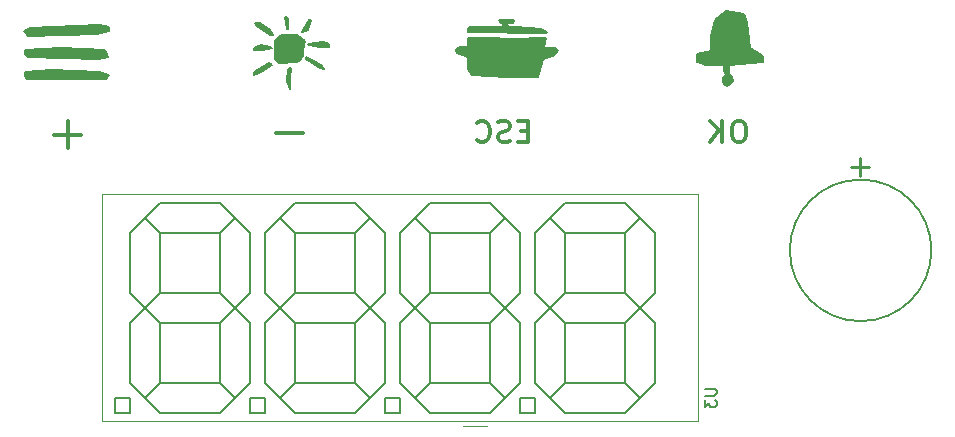
<source format=gbr>
%TF.GenerationSoftware,KiCad,Pcbnew,(6.0.0)*%
%TF.CreationDate,2023-02-05T23:26:26-08:00*%
%TF.ProjectId,digital_clock_v2,64696769-7461-46c5-9f63-6c6f636b5f76,rev?*%
%TF.SameCoordinates,Original*%
%TF.FileFunction,Legend,Bot*%
%TF.FilePolarity,Positive*%
%FSLAX46Y46*%
G04 Gerber Fmt 4.6, Leading zero omitted, Abs format (unit mm)*
G04 Created by KiCad (PCBNEW (6.0.0)) date 2023-02-05 23:26:26*
%MOMM*%
%LPD*%
G01*
G04 APERTURE LIST*
%ADD10C,0.150000*%
%ADD11C,0.300000*%
%ADD12C,0.254000*%
%ADD13C,0.120000*%
G04 APERTURE END LIST*
D10*
X37525119Y-27651000D02*
X37425174Y-28635436D01*
X37425174Y-28635436D02*
X37652119Y-29302000D01*
X37652119Y-29302000D02*
X37682000Y-28293471D01*
X37682000Y-28293471D02*
X37779119Y-27524000D01*
X37779119Y-27524000D02*
X37525119Y-27651000D01*
G36*
X37682000Y-28293471D02*
G01*
X37652119Y-29302000D01*
X37425174Y-28635436D01*
X37525119Y-27651000D01*
X37779119Y-27524000D01*
X37682000Y-28293471D01*
G37*
X37682000Y-28293471D02*
X37652119Y-29302000D01*
X37425174Y-28635436D01*
X37525119Y-27651000D01*
X37779119Y-27524000D01*
X37682000Y-28293471D01*
X15269000Y-27885915D02*
X15269000Y-28266915D01*
X15269000Y-28266915D02*
X15396000Y-28520915D01*
X15396000Y-28520915D02*
X19714000Y-28520915D01*
X19714000Y-28520915D02*
X22127000Y-28520915D01*
X22127000Y-28520915D02*
X22381000Y-28139915D01*
X22381000Y-28139915D02*
X21492000Y-27885915D01*
X21492000Y-27885915D02*
X17428000Y-27758915D01*
X17428000Y-27758915D02*
X15269000Y-27885915D01*
G36*
X21492000Y-27885915D02*
G01*
X22381000Y-28139915D01*
X22127000Y-28520915D01*
X15396000Y-28520915D01*
X15269000Y-28266915D01*
X15269000Y-27885915D01*
X17428000Y-27758915D01*
X21492000Y-27885915D01*
G37*
X21492000Y-27885915D02*
X22381000Y-28139915D01*
X22127000Y-28520915D01*
X15396000Y-28520915D01*
X15269000Y-28266915D01*
X15269000Y-27885915D01*
X17428000Y-27758915D01*
X21492000Y-27885915D01*
X39079000Y-26762000D02*
X40222000Y-27524000D01*
X40222000Y-27524000D02*
X40603000Y-27651000D01*
X40603000Y-27651000D02*
X40349000Y-27270000D01*
X40349000Y-27270000D02*
X39079000Y-26635000D01*
X39079000Y-26635000D02*
X39079000Y-26762000D01*
G36*
X40349000Y-27270000D02*
G01*
X40603000Y-27651000D01*
X40222000Y-27524000D01*
X39079000Y-26762000D01*
X39079000Y-26635000D01*
X40349000Y-27270000D01*
G37*
X40349000Y-27270000D02*
X40603000Y-27651000D01*
X40222000Y-27524000D01*
X39079000Y-26762000D01*
X39079000Y-26635000D01*
X40349000Y-27270000D01*
X34888000Y-23968000D02*
X36031000Y-24730000D01*
X36031000Y-24730000D02*
X36285000Y-24730000D01*
X36285000Y-24730000D02*
X36031000Y-24349000D01*
X36031000Y-24349000D02*
X35142000Y-23714000D01*
X35142000Y-23714000D02*
X34761000Y-23714000D01*
X34761000Y-23714000D02*
X34888000Y-23968000D01*
G36*
X36031000Y-24349000D02*
G01*
X36285000Y-24730000D01*
X36031000Y-24730000D01*
X34888000Y-23968000D01*
X34761000Y-23714000D01*
X35142000Y-23714000D01*
X36031000Y-24349000D01*
G37*
X36031000Y-24349000D02*
X36285000Y-24730000D01*
X36031000Y-24730000D01*
X34888000Y-23968000D01*
X34761000Y-23714000D01*
X35142000Y-23714000D01*
X36031000Y-24349000D01*
X37428000Y-24222000D02*
X37555000Y-24222000D01*
X37555000Y-24222000D02*
X37555000Y-23460000D01*
X37555000Y-23460000D02*
X37428000Y-23206000D01*
X37428000Y-23206000D02*
X37301000Y-23206000D01*
X37301000Y-23206000D02*
X37428000Y-24222000D01*
G36*
X37555000Y-23460000D02*
G01*
X37555000Y-24222000D01*
X37428000Y-24222000D01*
X37301000Y-23206000D01*
X37428000Y-23206000D01*
X37555000Y-23460000D01*
G37*
X37555000Y-23460000D02*
X37555000Y-24222000D01*
X37428000Y-24222000D01*
X37301000Y-23206000D01*
X37428000Y-23206000D01*
X37555000Y-23460000D01*
X15269000Y-26000000D02*
X15269000Y-26381000D01*
X15269000Y-26381000D02*
X15523000Y-26635000D01*
X15523000Y-26635000D02*
X21492000Y-26762000D01*
X21492000Y-26762000D02*
X22254000Y-26635000D01*
X22254000Y-26635000D02*
X22000000Y-26000000D01*
X22000000Y-26000000D02*
X18317000Y-25873000D01*
X18317000Y-25873000D02*
X15269000Y-26000000D01*
G36*
X22000000Y-26000000D02*
G01*
X22254000Y-26635000D01*
X21492000Y-26762000D01*
X15523000Y-26635000D01*
X15269000Y-26381000D01*
X15269000Y-26000000D01*
X18317000Y-25873000D01*
X22000000Y-26000000D01*
G37*
X22000000Y-26000000D02*
X22254000Y-26635000D01*
X21492000Y-26762000D01*
X15523000Y-26635000D01*
X15269000Y-26381000D01*
X15269000Y-26000000D01*
X18317000Y-25873000D01*
X22000000Y-26000000D01*
X36412000Y-26762000D02*
X36793000Y-27143000D01*
X36793000Y-27143000D02*
X38317000Y-27016000D01*
X38317000Y-27016000D02*
X38571000Y-26889000D01*
X38571000Y-26889000D02*
X38825000Y-26508000D01*
X38825000Y-26508000D02*
X38825000Y-26000000D01*
X38825000Y-26000000D02*
X38952000Y-25238000D01*
X38952000Y-25238000D02*
X38317000Y-24730000D01*
X38317000Y-24730000D02*
X36920000Y-24730000D01*
X36920000Y-24730000D02*
X36412000Y-25238000D01*
X36412000Y-25238000D02*
X36412000Y-26762000D01*
G36*
X38952000Y-25238000D02*
G01*
X38825000Y-26000000D01*
X38825000Y-26508000D01*
X38571000Y-26889000D01*
X38317000Y-27016000D01*
X36793000Y-27143000D01*
X36412000Y-26762000D01*
X36412000Y-25238000D01*
X36920000Y-24730000D01*
X38317000Y-24730000D01*
X38952000Y-25238000D01*
G37*
X38952000Y-25238000D02*
X38825000Y-26000000D01*
X38825000Y-26508000D01*
X38571000Y-26889000D01*
X38317000Y-27016000D01*
X36793000Y-27143000D01*
X36412000Y-26762000D01*
X36412000Y-25238000D01*
X36920000Y-24730000D01*
X38317000Y-24730000D01*
X38952000Y-25238000D01*
X34634000Y-27935655D02*
X34634000Y-28159000D01*
X34634000Y-28159000D02*
X35269000Y-27905000D01*
X35269000Y-27905000D02*
X36031000Y-27427655D01*
X36031000Y-27427655D02*
X36158000Y-27270000D01*
X36158000Y-27270000D02*
X35904000Y-27173655D01*
X35904000Y-27173655D02*
X34634000Y-27935655D01*
G36*
X36158000Y-27270000D02*
G01*
X36031000Y-27427655D01*
X35269000Y-27905000D01*
X34634000Y-28159000D01*
X34634000Y-27935655D01*
X35904000Y-27173655D01*
X36158000Y-27270000D01*
G37*
X36158000Y-27270000D02*
X36031000Y-27427655D01*
X35269000Y-27905000D01*
X34634000Y-28159000D01*
X34634000Y-27935655D01*
X35904000Y-27173655D01*
X36158000Y-27270000D01*
X15644181Y-24189237D02*
X15136181Y-24443237D01*
X15136181Y-24443237D02*
X15517181Y-24824237D01*
X15517181Y-24824237D02*
X21359181Y-24697237D01*
X21359181Y-24697237D02*
X22375181Y-24443237D01*
X22375181Y-24443237D02*
X22375181Y-24062237D01*
X22375181Y-24062237D02*
X21613181Y-23935237D01*
X21613181Y-23935237D02*
X15644181Y-24189237D01*
G36*
X22375181Y-24062237D02*
G01*
X22375181Y-24443237D01*
X21359181Y-24697237D01*
X15517181Y-24824237D01*
X15136181Y-24443237D01*
X15644181Y-24189237D01*
X21613181Y-23935237D01*
X22375181Y-24062237D01*
G37*
X22375181Y-24062237D02*
X22375181Y-24443237D01*
X21359181Y-24697237D01*
X15517181Y-24824237D01*
X15136181Y-24443237D01*
X15644181Y-24189237D01*
X21613181Y-23935237D01*
X22375181Y-24062237D01*
X55523000Y-23714000D02*
X55777000Y-23714000D01*
X55777000Y-23714000D02*
X55777000Y-23841000D01*
X55777000Y-23841000D02*
X55650000Y-24095000D01*
X55650000Y-24095000D02*
X52856000Y-24095000D01*
X52856000Y-24095000D02*
X52729000Y-24222000D01*
X52729000Y-24222000D02*
X52729000Y-24476000D01*
X52729000Y-24476000D02*
X59333000Y-24603000D01*
X59333000Y-24603000D02*
X59460000Y-24476000D01*
X59460000Y-24476000D02*
X58952000Y-24222000D01*
X58952000Y-24222000D02*
X56793000Y-24095000D01*
X56793000Y-24095000D02*
X56539000Y-24095000D01*
X56539000Y-24095000D02*
X56158000Y-24095000D01*
X56158000Y-24095000D02*
X56031000Y-23714000D01*
X56031000Y-23714000D02*
X56539000Y-23714000D01*
X56539000Y-23714000D02*
X56666000Y-23460000D01*
X56666000Y-23460000D02*
X55396000Y-23460000D01*
X55396000Y-23460000D02*
X55523000Y-23714000D01*
G36*
X56539000Y-23714000D02*
G01*
X56031000Y-23714000D01*
X56158000Y-24095000D01*
X56793000Y-24095000D01*
X58952000Y-24222000D01*
X59460000Y-24476000D01*
X59333000Y-24603000D01*
X52729000Y-24476000D01*
X52729000Y-24222000D01*
X52856000Y-24095000D01*
X55650000Y-24095000D01*
X55777000Y-23841000D01*
X55777000Y-23714000D01*
X55523000Y-23714000D01*
X55396000Y-23460000D01*
X56666000Y-23460000D01*
X56539000Y-23714000D01*
G37*
X56539000Y-23714000D02*
X56031000Y-23714000D01*
X56158000Y-24095000D01*
X56793000Y-24095000D01*
X58952000Y-24222000D01*
X59460000Y-24476000D01*
X59333000Y-24603000D01*
X52729000Y-24476000D01*
X52729000Y-24222000D01*
X52856000Y-24095000D01*
X55650000Y-24095000D01*
X55777000Y-23841000D01*
X55777000Y-23714000D01*
X55523000Y-23714000D01*
X55396000Y-23460000D01*
X56666000Y-23460000D01*
X56539000Y-23714000D01*
X73698000Y-23476000D02*
X73317000Y-24873000D01*
X73317000Y-24873000D02*
X73317000Y-26143000D01*
X73317000Y-26143000D02*
X72555000Y-26270000D01*
X72555000Y-26270000D02*
X72174000Y-26397000D01*
X72174000Y-26397000D02*
X72174000Y-27032000D01*
X72174000Y-27032000D02*
X72555000Y-27159000D01*
X72555000Y-27159000D02*
X72809000Y-27286000D01*
X72809000Y-27286000D02*
X73444000Y-27286000D01*
X73444000Y-27286000D02*
X74460000Y-27286000D01*
X74460000Y-27286000D02*
X74460000Y-27794000D01*
X74460000Y-27794000D02*
X74587000Y-28175000D01*
X74587000Y-28175000D02*
X74333000Y-28429000D01*
X74333000Y-28429000D02*
X74333000Y-28683000D01*
X74333000Y-28683000D02*
X74460000Y-28937000D01*
X74460000Y-28937000D02*
X74714000Y-29064000D01*
X74714000Y-29064000D02*
X74968000Y-28937000D01*
X74968000Y-28937000D02*
X75222000Y-28683000D01*
X75222000Y-28683000D02*
X75095000Y-28302000D01*
X75095000Y-28302000D02*
X74841000Y-28048000D01*
X74841000Y-28048000D02*
X74841000Y-27286000D01*
X74841000Y-27286000D02*
X76746000Y-27159000D01*
X76746000Y-27159000D02*
X77762000Y-27032000D01*
X77762000Y-27032000D02*
X77762000Y-26524000D01*
X77762000Y-26524000D02*
X76619000Y-25889000D01*
X76619000Y-25889000D02*
X76365000Y-23730000D01*
X76365000Y-23730000D02*
X76111000Y-22968000D01*
X76111000Y-22968000D02*
X74587000Y-22714000D01*
X74587000Y-22714000D02*
X73698000Y-23476000D01*
G36*
X76111000Y-22968000D02*
G01*
X76365000Y-23730000D01*
X76619000Y-25889000D01*
X77762000Y-26524000D01*
X77762000Y-27032000D01*
X76746000Y-27159000D01*
X74841000Y-27286000D01*
X74841000Y-28048000D01*
X75095000Y-28302000D01*
X75222000Y-28683000D01*
X74968000Y-28937000D01*
X74714000Y-29064000D01*
X74460000Y-28937000D01*
X74333000Y-28683000D01*
X74333000Y-28429000D01*
X74587000Y-28175000D01*
X74460000Y-27794000D01*
X74460000Y-27286000D01*
X72809000Y-27286000D01*
X72555000Y-27159000D01*
X72174000Y-27032000D01*
X72174000Y-26397000D01*
X72555000Y-26270000D01*
X73317000Y-26143000D01*
X73317000Y-24873000D01*
X73698000Y-23476000D01*
X74587000Y-22714000D01*
X76111000Y-22968000D01*
G37*
X76111000Y-22968000D02*
X76365000Y-23730000D01*
X76619000Y-25889000D01*
X77762000Y-26524000D01*
X77762000Y-27032000D01*
X76746000Y-27159000D01*
X74841000Y-27286000D01*
X74841000Y-28048000D01*
X75095000Y-28302000D01*
X75222000Y-28683000D01*
X74968000Y-28937000D01*
X74714000Y-29064000D01*
X74460000Y-28937000D01*
X74333000Y-28683000D01*
X74333000Y-28429000D01*
X74587000Y-28175000D01*
X74460000Y-27794000D01*
X74460000Y-27286000D01*
X72809000Y-27286000D01*
X72555000Y-27159000D01*
X72174000Y-27032000D01*
X72174000Y-26397000D01*
X72555000Y-26270000D01*
X73317000Y-26143000D01*
X73317000Y-24873000D01*
X73698000Y-23476000D01*
X74587000Y-22714000D01*
X76111000Y-22968000D01*
X52729000Y-25746000D02*
X51967000Y-25746000D01*
X51967000Y-25746000D02*
X51713000Y-26000000D01*
X51713000Y-26000000D02*
X51840000Y-26254000D01*
X51840000Y-26254000D02*
X52729000Y-26635000D01*
X52729000Y-26635000D02*
X52729000Y-27524000D01*
X52729000Y-27524000D02*
X52856000Y-27778000D01*
X52856000Y-27778000D02*
X53110000Y-28159000D01*
X53110000Y-28159000D02*
X56031000Y-28286000D01*
X56031000Y-28286000D02*
X58698000Y-28286000D01*
X58698000Y-28286000D02*
X59079000Y-26762000D01*
X59079000Y-26762000D02*
X59968000Y-26508000D01*
X59968000Y-26508000D02*
X60349000Y-26127000D01*
X60349000Y-26127000D02*
X60095000Y-25873000D01*
X60095000Y-25873000D02*
X59206000Y-25873000D01*
X59206000Y-25873000D02*
X59206000Y-25746000D01*
X59206000Y-25746000D02*
X59333000Y-24984000D01*
X59333000Y-24984000D02*
X56412000Y-25111000D01*
X56412000Y-25111000D02*
X54507000Y-24984000D01*
X54507000Y-24984000D02*
X52729000Y-24984000D01*
X52729000Y-24984000D02*
X52729000Y-25746000D01*
G36*
X56412000Y-25111000D02*
G01*
X59333000Y-24984000D01*
X59206000Y-25746000D01*
X59206000Y-25873000D01*
X60095000Y-25873000D01*
X60349000Y-26127000D01*
X59968000Y-26508000D01*
X59079000Y-26762000D01*
X58698000Y-28286000D01*
X56031000Y-28286000D01*
X53110000Y-28159000D01*
X52856000Y-27778000D01*
X52729000Y-27524000D01*
X52729000Y-26635000D01*
X51840000Y-26254000D01*
X51713000Y-26000000D01*
X51967000Y-25746000D01*
X52729000Y-25746000D01*
X52729000Y-24984000D01*
X54507000Y-24984000D01*
X56412000Y-25111000D01*
G37*
X56412000Y-25111000D02*
X59333000Y-24984000D01*
X59206000Y-25746000D01*
X59206000Y-25873000D01*
X60095000Y-25873000D01*
X60349000Y-26127000D01*
X59968000Y-26508000D01*
X59079000Y-26762000D01*
X58698000Y-28286000D01*
X56031000Y-28286000D01*
X53110000Y-28159000D01*
X52856000Y-27778000D01*
X52729000Y-27524000D01*
X52729000Y-26635000D01*
X51840000Y-26254000D01*
X51713000Y-26000000D01*
X51967000Y-25746000D01*
X52729000Y-25746000D01*
X52729000Y-24984000D01*
X54507000Y-24984000D01*
X56412000Y-25111000D01*
X39206000Y-25492000D02*
X39333000Y-25619000D01*
X39333000Y-25619000D02*
X40222000Y-25746000D01*
X40222000Y-25746000D02*
X40984000Y-25746000D01*
X40984000Y-25746000D02*
X40984000Y-25492000D01*
X40984000Y-25492000D02*
X40476000Y-25365000D01*
X40476000Y-25365000D02*
X39206000Y-25492000D01*
G36*
X40984000Y-25492000D02*
G01*
X40984000Y-25746000D01*
X40222000Y-25746000D01*
X39333000Y-25619000D01*
X39206000Y-25492000D01*
X40476000Y-25365000D01*
X40984000Y-25492000D01*
G37*
X40984000Y-25492000D02*
X40984000Y-25746000D01*
X40222000Y-25746000D01*
X39333000Y-25619000D01*
X39206000Y-25492000D01*
X40476000Y-25365000D01*
X40984000Y-25492000D01*
X38698000Y-24476000D02*
X38825000Y-24476000D01*
X38825000Y-24476000D02*
X39206000Y-24349000D01*
X39206000Y-24349000D02*
X39460000Y-23460000D01*
X39460000Y-23460000D02*
X39333000Y-23460000D01*
X39333000Y-23460000D02*
X38698000Y-24476000D01*
G36*
X39206000Y-24349000D02*
G01*
X38825000Y-24476000D01*
X38698000Y-24476000D01*
X39333000Y-23460000D01*
X39460000Y-23460000D01*
X39206000Y-24349000D01*
G37*
X39206000Y-24349000D02*
X38825000Y-24476000D01*
X38698000Y-24476000D01*
X39333000Y-23460000D01*
X39460000Y-23460000D01*
X39206000Y-24349000D01*
X34634000Y-25873000D02*
X34634000Y-26000000D01*
X34634000Y-26000000D02*
X35396000Y-26000000D01*
X35396000Y-26000000D02*
X36158000Y-25873000D01*
X36158000Y-25873000D02*
X36031000Y-25746000D01*
X36031000Y-25746000D02*
X35269000Y-25619000D01*
X35269000Y-25619000D02*
X34634000Y-25873000D01*
G36*
X36031000Y-25746000D02*
G01*
X36158000Y-25873000D01*
X35396000Y-26000000D01*
X34634000Y-26000000D01*
X34634000Y-25873000D01*
X35269000Y-25619000D01*
X36031000Y-25746000D01*
G37*
X36031000Y-25746000D02*
X36158000Y-25873000D01*
X35396000Y-26000000D01*
X34634000Y-26000000D01*
X34634000Y-25873000D01*
X35269000Y-25619000D01*
X36031000Y-25746000D01*
D11*
X75849428Y-32030285D02*
X75506571Y-32030285D01*
X75335142Y-32116000D01*
X75163714Y-32287428D01*
X75078000Y-32630285D01*
X75078000Y-33230285D01*
X75163714Y-33573142D01*
X75335142Y-33744571D01*
X75506571Y-33830285D01*
X75849428Y-33830285D01*
X76020857Y-33744571D01*
X76192285Y-33573142D01*
X76278000Y-33230285D01*
X76278000Y-32630285D01*
X76192285Y-32287428D01*
X76020857Y-32116000D01*
X75849428Y-32030285D01*
X74306571Y-33830285D02*
X74306571Y-32030285D01*
X73278000Y-33830285D02*
X74049428Y-32801714D01*
X73278000Y-32030285D02*
X74306571Y-33058857D01*
X20026038Y-33214285D02*
X17740323Y-33214285D01*
X18883181Y-34357142D02*
X18883181Y-32071428D01*
X38761857Y-33087285D02*
X36476142Y-33087285D01*
X57856857Y-32871428D02*
X57256857Y-32871428D01*
X56999714Y-33814285D02*
X57856857Y-33814285D01*
X57856857Y-32014285D01*
X56999714Y-32014285D01*
X56314000Y-33728571D02*
X56056857Y-33814285D01*
X55628285Y-33814285D01*
X55456857Y-33728571D01*
X55371142Y-33642857D01*
X55285428Y-33471428D01*
X55285428Y-33300000D01*
X55371142Y-33128571D01*
X55456857Y-33042857D01*
X55628285Y-32957142D01*
X55971142Y-32871428D01*
X56142571Y-32785714D01*
X56228285Y-32700000D01*
X56314000Y-32528571D01*
X56314000Y-32357142D01*
X56228285Y-32185714D01*
X56142571Y-32100000D01*
X55971142Y-32014285D01*
X55542571Y-32014285D01*
X55285428Y-32100000D01*
X53485428Y-33642857D02*
X53571142Y-33728571D01*
X53828285Y-33814285D01*
X53999714Y-33814285D01*
X54256857Y-33728571D01*
X54428285Y-33557142D01*
X54514000Y-33385714D01*
X54599714Y-33042857D01*
X54599714Y-32785714D01*
X54514000Y-32442857D01*
X54428285Y-32271428D01*
X54256857Y-32100000D01*
X53999714Y-32014285D01*
X53828285Y-32014285D01*
X53571142Y-32100000D01*
X53485428Y-32185714D01*
D12*
%TO.C,BZ1*%
X86748695Y-35956942D02*
X85200504Y-35956942D01*
X85974600Y-36731038D02*
X85974600Y-35182847D01*
D10*
%TO.C,U3*%
X72802380Y-54715595D02*
X73611904Y-54715595D01*
X73707142Y-54763214D01*
X73754761Y-54810833D01*
X73802380Y-54906071D01*
X73802380Y-55096547D01*
X73754761Y-55191785D01*
X73707142Y-55239404D01*
X73611904Y-55287023D01*
X72802380Y-55287023D01*
X72802380Y-55667976D02*
X72802380Y-56287023D01*
X73183333Y-55953690D01*
X73183333Y-56096547D01*
X73230952Y-56191785D01*
X73278571Y-56239404D01*
X73373809Y-56287023D01*
X73611904Y-56287023D01*
X73707142Y-56239404D01*
X73754761Y-56191785D01*
X73802380Y-56096547D01*
X73802380Y-55810833D01*
X73754761Y-55715595D01*
X73707142Y-55667976D01*
%TO.C,BZ1*%
X91994400Y-43000000D02*
G75*
G03*
X91994400Y-43000000I-5994400J0D01*
G01*
%TO.C,U3*%
X57160000Y-54207500D02*
X57160000Y-49127500D01*
X48270000Y-55477500D02*
X49540000Y-54207500D01*
X31760000Y-49127500D02*
X31760000Y-54207500D01*
X60970000Y-54207500D02*
X60970000Y-49127500D01*
X36840000Y-40237500D02*
X35570000Y-41507500D01*
X54620000Y-41507500D02*
X55890000Y-40237500D01*
X58430000Y-49127500D02*
X58430000Y-54207500D01*
X31760000Y-49127500D02*
X33030000Y-47857500D01*
X55890000Y-47857500D02*
X57160000Y-46587500D01*
X54620000Y-56747500D02*
X55890000Y-55477500D01*
X35570000Y-49127500D02*
X35570000Y-54207500D01*
X49540000Y-49127500D02*
X48270000Y-47857500D01*
X31760000Y-54207500D02*
X33030000Y-55477500D01*
X55890000Y-55477500D02*
X54620000Y-54207500D01*
X25410000Y-55477500D02*
X26680000Y-54207500D01*
X59700000Y-55477500D02*
X60970000Y-56747500D01*
X34300000Y-46587500D02*
X34300000Y-41507500D01*
X38110000Y-54207500D02*
X38110000Y-49127500D01*
X57160000Y-49127500D02*
X55890000Y-47857500D01*
X49540000Y-46587500D02*
X49540000Y-41507500D01*
X47000000Y-41507500D02*
X47000000Y-46587500D01*
X24140000Y-41507500D02*
X24140000Y-46587500D01*
X26680000Y-54207500D02*
X26680000Y-49127500D01*
X26680000Y-46587500D02*
X25410000Y-47857500D01*
X58430000Y-55477500D02*
X57160000Y-55477500D01*
X33030000Y-47857500D02*
X34300000Y-46587500D01*
X59700000Y-55477500D02*
X60970000Y-54207500D01*
X34300000Y-41507500D02*
X33030000Y-40237500D01*
X31760000Y-56747500D02*
X33030000Y-55477500D01*
X38110000Y-56747500D02*
X43190000Y-56747500D01*
X47000000Y-54207500D02*
X48270000Y-55477500D01*
X55890000Y-47857500D02*
X54620000Y-49127500D01*
X68590000Y-49127500D02*
X67320000Y-47857500D01*
X45730000Y-56747500D02*
X47000000Y-56747500D01*
X38110000Y-41507500D02*
X36840000Y-40237500D01*
X44460000Y-47857500D02*
X45730000Y-46587500D01*
X48270000Y-55477500D02*
X49540000Y-56747500D01*
X38110000Y-46587500D02*
X38110000Y-41507500D01*
X43190000Y-38967500D02*
X38110000Y-38967500D01*
X57160000Y-56747500D02*
X58430000Y-56747500D01*
X67320000Y-47857500D02*
X66050000Y-46587500D01*
X35570000Y-41507500D02*
X35570000Y-46587500D01*
X58430000Y-56747500D02*
X58430000Y-55477500D01*
X60970000Y-54207500D02*
X59700000Y-55477500D01*
X55890000Y-47857500D02*
X54620000Y-46587500D01*
X58430000Y-54207500D02*
X59700000Y-55477500D01*
X60970000Y-49127500D02*
X66050000Y-49127500D01*
X48270000Y-40237500D02*
X47000000Y-41507500D01*
X31760000Y-46587500D02*
X33030000Y-47857500D01*
X26680000Y-56747500D02*
X31760000Y-56747500D01*
X60970000Y-41507500D02*
X66050000Y-41507500D01*
X43190000Y-54207500D02*
X44460000Y-55477500D01*
X36840000Y-40237500D02*
X38110000Y-41507500D01*
X31760000Y-54207500D02*
X26680000Y-54207500D01*
X38110000Y-38967500D02*
X36840000Y-40237500D01*
X35570000Y-56747500D02*
X35570000Y-55477500D01*
X48270000Y-47857500D02*
X49540000Y-46587500D01*
X49540000Y-46587500D02*
X48270000Y-47857500D01*
X66050000Y-56747500D02*
X67320000Y-55477500D01*
X36840000Y-47857500D02*
X38110000Y-49127500D01*
X43190000Y-46587500D02*
X44460000Y-47857500D01*
X55890000Y-40237500D02*
X54620000Y-41507500D01*
X68590000Y-54207500D02*
X68590000Y-49127500D01*
X45730000Y-49127500D02*
X44460000Y-47857500D01*
X45730000Y-41507500D02*
X44460000Y-40237500D01*
X33030000Y-40237500D02*
X31760000Y-41507500D01*
X33030000Y-47857500D02*
X31760000Y-46587500D01*
X26680000Y-46587500D02*
X26680000Y-41507500D01*
X44460000Y-55477500D02*
X43190000Y-54207500D01*
X67320000Y-40237500D02*
X66050000Y-38967500D01*
X25410000Y-47857500D02*
X26680000Y-49127500D01*
X59700000Y-40237500D02*
X58430000Y-41507500D01*
X54620000Y-54207500D02*
X55890000Y-55477500D01*
X26680000Y-49127500D02*
X25410000Y-47857500D01*
X44460000Y-40237500D02*
X43190000Y-38967500D01*
X26680000Y-41507500D02*
X25410000Y-40237500D01*
X49540000Y-41507500D02*
X54620000Y-41507500D01*
X59700000Y-47857500D02*
X58430000Y-49127500D01*
X35570000Y-46587500D02*
X36840000Y-47857500D01*
X25410000Y-55477500D02*
X26680000Y-56747500D01*
X33030000Y-40237500D02*
X31760000Y-38967500D01*
X58430000Y-41507500D02*
X58430000Y-46587500D01*
X45730000Y-46587500D02*
X45730000Y-41507500D01*
X33030000Y-55477500D02*
X34300000Y-54207500D01*
X54620000Y-41507500D02*
X54620000Y-46587500D01*
X43190000Y-41507500D02*
X43190000Y-46587500D01*
X60970000Y-46587500D02*
X60970000Y-41507500D01*
X67320000Y-47857500D02*
X66050000Y-49127500D01*
X54620000Y-49127500D02*
X55890000Y-47857500D01*
X43190000Y-49127500D02*
X43190000Y-54207500D01*
X49540000Y-54207500D02*
X48270000Y-55477500D01*
X48270000Y-47857500D02*
X47000000Y-49127500D01*
X67320000Y-40237500D02*
X66050000Y-41507500D01*
X66050000Y-54207500D02*
X67320000Y-55477500D01*
X59700000Y-47857500D02*
X60970000Y-46587500D01*
X66050000Y-54207500D02*
X60970000Y-54207500D01*
X43190000Y-56747500D02*
X44460000Y-55477500D01*
D13*
X72270000Y-57477500D02*
X21730000Y-57477500D01*
D10*
X59700000Y-47857500D02*
X60970000Y-49127500D01*
X59700000Y-40237500D02*
X60970000Y-41507500D01*
X66050000Y-38967500D02*
X60970000Y-38967500D01*
X25410000Y-47857500D02*
X24140000Y-49127500D01*
X26680000Y-38967500D02*
X25410000Y-40237500D01*
X36840000Y-55477500D02*
X38110000Y-54207500D01*
X57160000Y-41507500D02*
X55890000Y-40237500D01*
X66050000Y-46587500D02*
X67320000Y-47857500D01*
X49540000Y-38967500D02*
X48270000Y-40237500D01*
X60970000Y-49127500D02*
X59700000Y-47857500D01*
X36840000Y-55477500D02*
X38110000Y-56747500D01*
X33030000Y-55477500D02*
X31760000Y-54207500D01*
X33030000Y-47857500D02*
X31760000Y-49127500D01*
X49540000Y-54207500D02*
X49540000Y-49127500D01*
X38110000Y-41507500D02*
X43190000Y-41507500D01*
X26680000Y-54207500D02*
X25410000Y-55477500D01*
X66050000Y-41507500D02*
X66050000Y-46587500D01*
X22870000Y-56747500D02*
X24140000Y-56747500D01*
X58430000Y-46587500D02*
X59700000Y-47857500D01*
X66050000Y-41507500D02*
X67320000Y-40237500D01*
X49540000Y-49127500D02*
X54620000Y-49127500D01*
X47000000Y-56747500D02*
X47000000Y-55477500D01*
D13*
X21730000Y-38237500D02*
X72270000Y-38237500D01*
D10*
X57160000Y-55477500D02*
X57160000Y-56747500D01*
D13*
X21730000Y-57477500D02*
X21730000Y-38237500D01*
D10*
X54620000Y-38967500D02*
X49540000Y-38967500D01*
X47000000Y-49127500D02*
X47000000Y-54207500D01*
X38110000Y-46587500D02*
X36840000Y-47857500D01*
X24140000Y-46587500D02*
X25410000Y-47857500D01*
X54620000Y-46587500D02*
X55890000Y-47857500D01*
X35570000Y-55477500D02*
X34300000Y-55477500D01*
X60970000Y-38967500D02*
X59700000Y-40237500D01*
X31760000Y-41507500D02*
X31760000Y-46587500D01*
X66050000Y-49127500D02*
X66050000Y-54207500D01*
X26680000Y-49127500D02*
X31760000Y-49127500D01*
X43190000Y-46587500D02*
X38110000Y-46587500D01*
X68590000Y-41507500D02*
X67320000Y-40237500D01*
X49540000Y-56747500D02*
X54620000Y-56747500D01*
X48270000Y-47857500D02*
X49540000Y-49127500D01*
X55890000Y-40237500D02*
X54620000Y-38967500D01*
X31760000Y-38967500D02*
X26680000Y-38967500D01*
X67320000Y-55477500D02*
X68590000Y-54207500D01*
X44460000Y-55477500D02*
X45730000Y-54207500D01*
X67320000Y-55477500D02*
X66050000Y-54207500D01*
X24140000Y-49127500D02*
X24140000Y-54207500D01*
X34300000Y-55477500D02*
X34300000Y-56747500D01*
X36840000Y-47857500D02*
X35570000Y-49127500D01*
D13*
X54350000Y-57857500D02*
X52350000Y-57857500D01*
D10*
X47000000Y-55477500D02*
X45730000Y-55477500D01*
X54620000Y-54207500D02*
X49540000Y-54207500D01*
X43190000Y-54207500D02*
X38110000Y-54207500D01*
X35570000Y-54207500D02*
X36840000Y-55477500D01*
X57160000Y-46587500D02*
X57160000Y-41507500D01*
X45730000Y-54207500D02*
X45730000Y-49127500D01*
X25410000Y-40237500D02*
X24140000Y-41507500D01*
X44460000Y-47857500D02*
X43190000Y-49127500D01*
X67320000Y-47857500D02*
X68590000Y-46587500D01*
X48270000Y-40237500D02*
X49540000Y-41507500D01*
X45730000Y-55477500D02*
X45730000Y-56747500D01*
X24140000Y-56747500D02*
X24140000Y-55477500D01*
X26680000Y-41507500D02*
X31760000Y-41507500D01*
X49540000Y-41507500D02*
X48270000Y-40237500D01*
X31760000Y-41507500D02*
X33030000Y-40237500D01*
X66050000Y-46587500D02*
X60970000Y-46587500D01*
X54620000Y-49127500D02*
X54620000Y-54207500D01*
X34300000Y-56747500D02*
X35570000Y-56747500D01*
X55890000Y-55477500D02*
X57160000Y-54207500D01*
X36840000Y-47857500D02*
X38110000Y-46587500D01*
X22870000Y-55477500D02*
X22870000Y-56747500D01*
X38110000Y-49127500D02*
X43190000Y-49127500D01*
X25410000Y-47857500D02*
X26680000Y-46587500D01*
X24140000Y-54207500D02*
X25410000Y-55477500D01*
X60970000Y-56747500D02*
X66050000Y-56747500D01*
X24140000Y-55477500D02*
X22870000Y-55477500D01*
X34300000Y-49127500D02*
X33030000Y-47857500D01*
X34300000Y-54207500D02*
X34300000Y-49127500D01*
X44460000Y-47857500D02*
X43190000Y-46587500D01*
X47000000Y-46587500D02*
X48270000Y-47857500D01*
D13*
X72270000Y-57477500D02*
X72270000Y-38237500D01*
D10*
X60970000Y-41507500D02*
X59700000Y-40237500D01*
X43190000Y-49127500D02*
X44460000Y-47857500D01*
X25410000Y-40237500D02*
X26680000Y-41507500D01*
X31760000Y-46587500D02*
X26680000Y-46587500D01*
X44460000Y-40237500D02*
X43190000Y-41507500D01*
X43190000Y-41507500D02*
X44460000Y-40237500D01*
X38110000Y-54207500D02*
X36840000Y-55477500D01*
X54620000Y-46587500D02*
X49540000Y-46587500D01*
X38110000Y-49127500D02*
X36840000Y-47857500D01*
X60970000Y-46587500D02*
X59700000Y-47857500D01*
X66050000Y-49127500D02*
X67320000Y-47857500D01*
X68590000Y-46587500D02*
X68590000Y-41507500D01*
%TD*%
M02*

</source>
